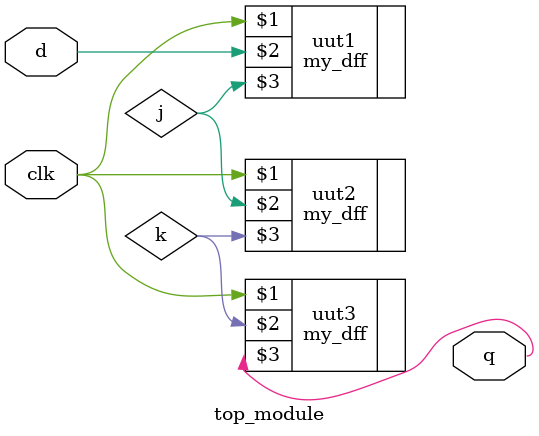
<source format=v>
/*You are given a module my_dff with two inputs and one output (that implements a D flip-flop). Instantiate three of them, then chain them together to make a shift register of length 3. The clk port needs to be connected to all instances.

The module provided to you is: module my_dff ( input clk, input d, output q );

Note that to make the internal connections, you will need to declare some wires. Be careful about naming your wires and module instances: the names must be unique.

*/

module top_module ( input clk, input d, output q );
wire j,k,l;
    my_dff uut1(clk,d,j);
    my_dff uut2(clk,j,k);
    my_dff uut3(clk,k,q);
endmodule

</source>
